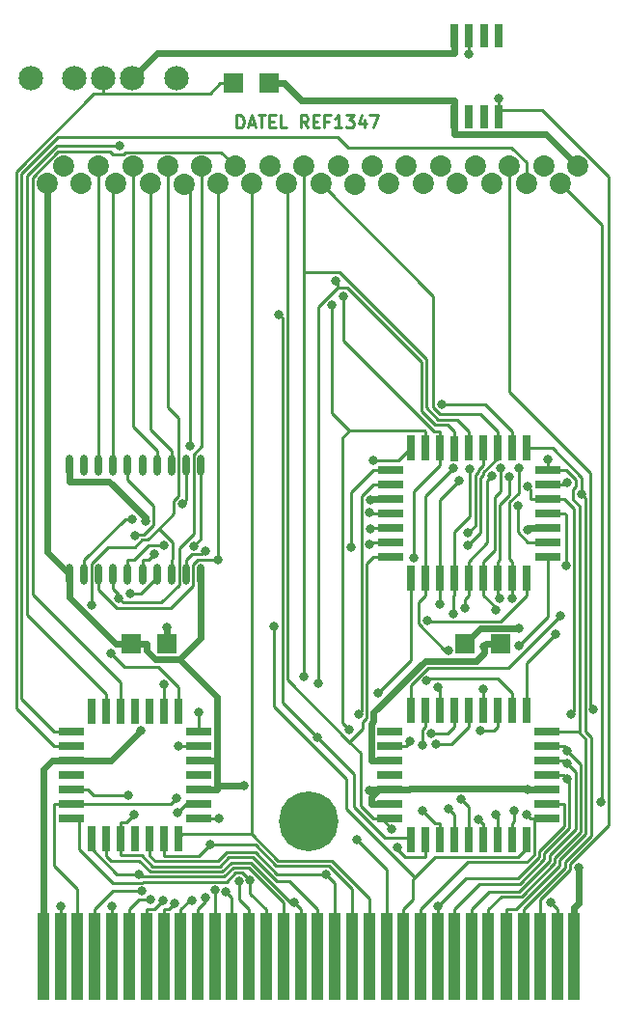
<source format=gbr>
%TF.GenerationSoftware,KiCad,Pcbnew,(6.0.2)*%
%TF.CreationDate,2022-06-06T00:03:40-05:00*%
%TF.ProjectId,REF1347,52454631-3334-4372-9e6b-696361645f70,rev?*%
%TF.SameCoordinates,Original*%
%TF.FileFunction,Copper,L1,Top*%
%TF.FilePolarity,Positive*%
%FSLAX46Y46*%
G04 Gerber Fmt 4.6, Leading zero omitted, Abs format (unit mm)*
G04 Created by KiCad (PCBNEW (6.0.2)) date 2022-06-06 00:03:40*
%MOMM*%
%LPD*%
G01*
G04 APERTURE LIST*
%ADD10C,0.250000*%
%TA.AperFunction,NonConductor*%
%ADD11C,0.250000*%
%TD*%
%TA.AperFunction,ComponentPad*%
%ADD12C,5.240000*%
%TD*%
%TA.AperFunction,SMDPad,CuDef*%
%ADD13R,2.300000X0.650000*%
%TD*%
%TA.AperFunction,SMDPad,CuDef*%
%ADD14R,0.650000X2.300000*%
%TD*%
%TA.AperFunction,SMDPad,CuDef*%
%ADD15O,0.600000X1.865000*%
%TD*%
%TA.AperFunction,SMDPad,CuDef*%
%ADD16R,1.670000X1.670000*%
%TD*%
%TA.AperFunction,SMDPad,CuDef*%
%ADD17R,1.100000X7.600000*%
%TD*%
%TA.AperFunction,ComponentPad*%
%ADD18C,1.860000*%
%TD*%
%TA.AperFunction,SMDPad,CuDef*%
%ADD19R,0.700000X2.000000*%
%TD*%
%TA.AperFunction,ComponentPad*%
%ADD20C,2.140000*%
%TD*%
%TA.AperFunction,ViaPad*%
%ADD21C,0.800000*%
%TD*%
%TA.AperFunction,Conductor*%
%ADD22C,0.250000*%
%TD*%
%TA.AperFunction,Conductor*%
%ADD23C,0.600000*%
%TD*%
G04 APERTURE END LIST*
D10*
D11*
X143075238Y-70389619D02*
X143075238Y-69289619D01*
X143337142Y-69289619D01*
X143494285Y-69342000D01*
X143599047Y-69446761D01*
X143651428Y-69551523D01*
X143703809Y-69761047D01*
X143703809Y-69918190D01*
X143651428Y-70127714D01*
X143599047Y-70232476D01*
X143494285Y-70337238D01*
X143337142Y-70389619D01*
X143075238Y-70389619D01*
X144122857Y-70075333D02*
X144646666Y-70075333D01*
X144018095Y-70389619D02*
X144384761Y-69289619D01*
X144751428Y-70389619D01*
X144960952Y-69289619D02*
X145589523Y-69289619D01*
X145275238Y-70389619D02*
X145275238Y-69289619D01*
X145956190Y-69813428D02*
X146322857Y-69813428D01*
X146480000Y-70389619D02*
X145956190Y-70389619D01*
X145956190Y-69289619D01*
X146480000Y-69289619D01*
X147475238Y-70389619D02*
X146951428Y-70389619D01*
X146951428Y-69289619D01*
X149308571Y-70389619D02*
X148941904Y-69865809D01*
X148680000Y-70389619D02*
X148680000Y-69289619D01*
X149099047Y-69289619D01*
X149203809Y-69342000D01*
X149256190Y-69394380D01*
X149308571Y-69499142D01*
X149308571Y-69656285D01*
X149256190Y-69761047D01*
X149203809Y-69813428D01*
X149099047Y-69865809D01*
X148680000Y-69865809D01*
X149780000Y-69813428D02*
X150146666Y-69813428D01*
X150303809Y-70389619D02*
X149780000Y-70389619D01*
X149780000Y-69289619D01*
X150303809Y-69289619D01*
X151141904Y-69813428D02*
X150775238Y-69813428D01*
X150775238Y-70389619D02*
X150775238Y-69289619D01*
X151299047Y-69289619D01*
X152294285Y-70389619D02*
X151665714Y-70389619D01*
X151980000Y-70389619D02*
X151980000Y-69289619D01*
X151875238Y-69446761D01*
X151770476Y-69551523D01*
X151665714Y-69603904D01*
X152660952Y-69289619D02*
X153341904Y-69289619D01*
X152975238Y-69708666D01*
X153132380Y-69708666D01*
X153237142Y-69761047D01*
X153289523Y-69813428D01*
X153341904Y-69918190D01*
X153341904Y-70180095D01*
X153289523Y-70284857D01*
X153237142Y-70337238D01*
X153132380Y-70389619D01*
X152818095Y-70389619D01*
X152713333Y-70337238D01*
X152660952Y-70284857D01*
X154284761Y-69656285D02*
X154284761Y-70389619D01*
X154022857Y-69237238D02*
X153760952Y-70022952D01*
X154441904Y-70022952D01*
X154756190Y-69289619D02*
X155489523Y-69289619D01*
X155018095Y-70389619D01*
D12*
%TO.P,REF\u002A\u002A,1*%
%TO.N,N/C*%
X149429000Y-131234000D03*
%TD*%
D13*
%TO.P,U1,1,A18*%
%TO.N,/O4*%
X156549000Y-104195000D03*
%TO.P,U1,2,A16*%
%TO.N,/O2*%
X156547000Y-105467000D03*
%TO.P,U1,3,A15*%
%TO.N,/O1*%
X156548000Y-106736000D03*
%TO.P,U1,4,A12*%
%TO.N,/A12*%
X156548000Y-108006000D03*
D14*
%TO.P,U1,5,A7*%
%TO.N,/A7*%
X158369000Y-109896000D03*
%TO.P,U1,6,A6*%
%TO.N,/A6*%
X159638000Y-109896000D03*
%TO.P,U1,7,A5*%
%TO.N,/A5*%
X160909000Y-109894000D03*
%TO.P,U1,8,A4*%
%TO.N,/A4*%
X162179000Y-109895000D03*
%TO.P,U1,9,A3*%
%TO.N,/A3*%
X163445000Y-109896000D03*
%TO.P,U1,10,A2*%
%TO.N,/A2*%
X164718000Y-109897000D03*
%TO.P,U1,11,A1*%
%TO.N,/A1*%
X165989000Y-109895000D03*
%TO.P,U1,12,A0*%
%TO.N,/A0*%
X167256000Y-109897000D03*
%TO.P,U1,13,DQ0*%
%TO.N,/D0*%
X168526000Y-109894000D03*
D13*
%TO.P,U1,14,DQ1*%
%TO.N,/D1*%
X170350000Y-108003000D03*
%TO.P,U1,15,DQ2*%
%TO.N,/D2*%
X170347000Y-106734000D03*
%TO.P,U1,16,GND*%
%TO.N,/GND*%
X170351000Y-105465000D03*
%TO.P,U1,17,DQ3*%
%TO.N,/D3*%
X170350000Y-104196000D03*
%TO.P,U1,18,DQ4*%
%TO.N,/D4*%
X170350000Y-102928000D03*
%TO.P,U1,19,DQ5*%
%TO.N,/D5*%
X170351000Y-101655000D03*
%TO.P,U1,20,DQ6*%
%TO.N,/D6*%
X170350000Y-100384000D03*
D14*
%TO.P,U1,21,DQ7*%
%TO.N,/D7*%
X168532000Y-98494000D03*
%TO.P,U1,22,CE#*%
%TO.N,/CE_SST*%
X167256000Y-98494000D03*
%TO.P,U1,23,A10*%
%TO.N,/A10*%
X165991000Y-98494000D03*
%TO.P,U1,24,OE#*%
%TO.N,/Rd_Sys*%
X164715000Y-98498000D03*
%TO.P,U1,25,A11*%
%TO.N,/A11*%
X163451000Y-98493000D03*
%TO.P,U1,26,A9*%
%TO.N,/A9*%
X162178000Y-98500000D03*
%TO.P,U1,27,A8*%
%TO.N,/A8*%
X160910000Y-98499000D03*
%TO.P,U1,28,A13*%
%TO.N,/A13*%
X159638000Y-98499000D03*
%TO.P,U1,29,A14*%
%TO.N,/O0*%
X158367000Y-98498000D03*
D13*
%TO.P,U1,30,A17*%
%TO.N,/O3*%
X156551000Y-100386000D03*
%TO.P,U1,31,WE#*%
%TO.N,/Wr_Sys*%
X156551000Y-101654000D03*
%TO.P,U1,32,VCC*%
%TO.N,/VCC*%
X156546000Y-102926000D03*
%TD*%
D15*
%TO.P,U3,1,OE*%
%TO.N,/GND*%
X128391000Y-109569000D03*
%TO.P,U3,2,O0*%
%TO.N,/O0*%
X129671000Y-109569000D03*
%TO.P,U3,3,D0*%
%TO.N,/D0*%
X130951000Y-109569000D03*
%TO.P,U3,4,D1*%
%TO.N,/D1*%
X132231000Y-109569000D03*
%TO.P,U3,5,O1*%
%TO.N,/O1*%
X133511000Y-109569000D03*
%TO.P,U3,6,O2*%
%TO.N,/O2*%
X134791000Y-109569000D03*
%TO.P,U3,7,D2*%
%TO.N,/D2*%
X136071000Y-109569000D03*
%TO.P,U3,8,D3*%
%TO.N,/D3*%
X137351000Y-109569000D03*
%TO.P,U3,9,O3*%
%TO.N,/O3*%
X138631000Y-109569000D03*
%TO.P,U3,10,GND*%
%TO.N,/GND*%
X139911000Y-109569000D03*
%TO.P,U3,11,LE*%
%TO.N,/LE*%
X139911000Y-99969000D03*
%TO.P,U3,12,O4*%
%TO.N,/O4*%
X138631000Y-99969000D03*
%TO.P,U3,13,D4*%
%TO.N,/D4*%
X137351000Y-99969000D03*
%TO.P,U3,14,D5*%
%TO.N,/D5*%
X136071000Y-99969000D03*
%TO.P,U3,15,O5*%
%TO.N,unconnected-(U3-Pad15)*%
X134791000Y-99969000D03*
%TO.P,U3,16,O6*%
%TO.N,/O6*%
X133511000Y-99969000D03*
%TO.P,U3,17,D6*%
%TO.N,/D6*%
X132231000Y-99969000D03*
%TO.P,U3,18,D7*%
%TO.N,/D7*%
X130951000Y-99969000D03*
%TO.P,U3,19,O7*%
%TO.N,unconnected-(U3-Pad19)*%
X129671000Y-99969000D03*
%TO.P,U3,20,VCC*%
%TO.N,/VCC*%
X128391000Y-99969000D03*
%TD*%
D16*
%TO.P,R1,1*%
%TO.N,/I_13*%
X142800000Y-66475000D03*
%TO.P,R1,2*%
%TO.N,/VCC*%
X145931000Y-66466000D03*
%TD*%
D17*
%TO.P,J1,1,+5V*%
%TO.N,/VCC*%
X126079000Y-143057000D03*
%TO.P,J1,2,Clock*%
%TO.N,/Clk*%
X127598000Y-143057000D03*
%TO.P,J1,3,Write*%
%TO.N,/Wr_Sys*%
X129105000Y-143057000D03*
%TO.P,J1,4,Read*%
%TO.N,/Rd_Sys*%
X130611000Y-143059000D03*
%TO.P,J1,5,CS*%
%TO.N,/CS*%
X132118000Y-143059000D03*
%TO.P,J1,6,A0*%
%TO.N,/A0*%
X133621000Y-143059000D03*
%TO.P,J1,7,A1*%
%TO.N,/A1*%
X135128000Y-143059000D03*
%TO.P,J1,8,A2*%
%TO.N,/A2*%
X136647000Y-143059000D03*
%TO.P,J1,9,A3*%
%TO.N,/A3*%
X138154000Y-143059000D03*
%TO.P,J1,10,A4*%
%TO.N,/A4*%
X139661000Y-143056000D03*
%TO.P,J1,11,A5*%
%TO.N,/A5*%
X141168000Y-143064000D03*
%TO.P,J1,12,A6*%
%TO.N,/A6*%
X142635000Y-143056000D03*
%TO.P,J1,13,A7*%
%TO.N,/A7*%
X144138000Y-143058000D03*
%TO.P,J1,14,A8*%
%TO.N,/A8*%
X145645000Y-143058000D03*
%TO.P,J1,15,A9*%
%TO.N,/A9*%
X147164000Y-143058000D03*
%TO.P,J1,16,A10*%
%TO.N,/A10*%
X148671000Y-143058000D03*
%TO.P,J1,17,A11*%
%TO.N,/A11*%
X150177000Y-143051000D03*
%TO.P,J1,18,A12*%
%TO.N,/A12*%
X151684000Y-143051000D03*
%TO.P,J1,19,A13*%
%TO.N,/A13*%
X153191000Y-143059000D03*
%TO.P,J1,20,A14*%
%TO.N,/A14*%
X154698000Y-143059000D03*
%TO.P,J1,21,A15*%
%TO.N,/A15*%
X156205000Y-143059000D03*
%TO.P,J1,22,Data_0*%
%TO.N,/D0*%
X157712000Y-143059000D03*
%TO.P,J1,23,Data_1*%
%TO.N,/D1*%
X159220000Y-143056000D03*
%TO.P,J1,24,Data_2*%
%TO.N,/D2*%
X160691000Y-143056000D03*
%TO.P,J1,25,Data_3*%
%TO.N,/D3*%
X162162000Y-143056000D03*
%TO.P,J1,26,Data_4*%
%TO.N,/D4*%
X163669000Y-143056000D03*
%TO.P,J1,27,Data_5*%
%TO.N,/D5*%
X165176000Y-143056000D03*
%TO.P,J1,28,Data_6*%
%TO.N,/D6*%
X166719000Y-143051000D03*
%TO.P,J1,29,Data_7*%
%TO.N,/D7*%
X168238000Y-143051000D03*
%TO.P,J1,30,Reset*%
%TO.N,/Reset*%
X169697000Y-143051000D03*
%TO.P,J1,31,Audio*%
%TO.N,/Audio*%
X171252000Y-143051000D03*
%TO.P,J1,32,GND*%
%TO.N,/GND*%
X172711000Y-143057000D03*
%TD*%
D13*
%TO.P,U2,1,VPP*%
%TO.N,unconnected-(U2-Pad1)*%
X156527000Y-127164000D03*
%TO.P,U2,2,A16*%
%TO.N,/GND*%
X156525000Y-128436000D03*
%TO.P,U2,3,A15*%
X156526000Y-129705000D03*
%TO.P,U2,4,A12*%
%TO.N,/A12*%
X156526000Y-130975000D03*
D14*
%TO.P,U2,5,A7*%
%TO.N,/A7*%
X158347000Y-132865000D03*
%TO.P,U2,6,A6*%
%TO.N,/A6*%
X159616000Y-132865000D03*
%TO.P,U2,7,A5*%
%TO.N,/A5*%
X160887000Y-132863000D03*
%TO.P,U2,8,A4*%
%TO.N,/A4*%
X162157000Y-132864000D03*
%TO.P,U2,9,A3*%
%TO.N,/A3*%
X163423000Y-132865000D03*
%TO.P,U2,10,A2*%
%TO.N,/A2*%
X164696000Y-132866000D03*
%TO.P,U2,11,A1*%
%TO.N,/A1*%
X165967000Y-132864000D03*
%TO.P,U2,12,A0*%
%TO.N,/A0*%
X167234000Y-132866000D03*
%TO.P,U2,13,O0*%
%TO.N,/D0*%
X168504000Y-132863000D03*
D13*
%TO.P,U2,14,O1*%
%TO.N,/D1*%
X170328000Y-130972000D03*
%TO.P,U2,15,O2*%
%TO.N,/D2*%
X170325000Y-129703000D03*
%TO.P,U2,16,GND*%
%TO.N,/GND*%
X170329000Y-128434000D03*
%TO.P,U2,17,O3*%
%TO.N,/D3*%
X170328000Y-127165000D03*
%TO.P,U2,18,O4*%
%TO.N,/D4*%
X170328000Y-125897000D03*
%TO.P,U2,19,O5*%
%TO.N,/D5*%
X170329000Y-124624000D03*
%TO.P,U2,20,O6*%
%TO.N,/D6*%
X170328000Y-123353000D03*
D14*
%TO.P,U2,21,O7*%
%TO.N,/D7*%
X168510000Y-121463000D03*
%TO.P,U2,22,CE#*%
%TO.N,/CE_Atmel*%
X167234000Y-121463000D03*
%TO.P,U2,23,A10*%
%TO.N,/A10*%
X165969000Y-121463000D03*
%TO.P,U2,24,OE#*%
%TO.N,/Rd_Sys*%
X164693000Y-121467000D03*
%TO.P,U2,25,A11*%
%TO.N,/A11*%
X163429000Y-121462000D03*
%TO.P,U2,26,A9*%
%TO.N,/A9*%
X162156000Y-121469000D03*
%TO.P,U2,27,A8*%
%TO.N,/A8*%
X160888000Y-121468000D03*
%TO.P,U2,28,A13*%
%TO.N,/A13*%
X159616000Y-121468000D03*
%TO.P,U2,29,A14*%
%TO.N,/Atmel_A14*%
X158345000Y-121467000D03*
D13*
%TO.P,U2,30,NC*%
%TO.N,unconnected-(U2-Pad30)*%
X156529000Y-123355000D03*
%TO.P,U2,31,PGM*%
%TO.N,/Wr_Sys*%
X156529000Y-124623000D03*
%TO.P,U2,32,VCC*%
%TO.N,/VCC*%
X156524000Y-125895000D03*
%TD*%
D18*
%TO.P,J2,1,+5V*%
%TO.N,/VCC*%
X173045000Y-73768000D03*
%TO.P,J2,2,Clock*%
%TO.N,/Clk*%
X171498500Y-75276000D03*
%TO.P,J2,3,Write*%
%TO.N,/Wr_Game*%
X170030100Y-73767900D03*
%TO.P,J2,4,Read*%
%TO.N,/Rd_Game*%
X168482000Y-75274000D03*
%TO.P,J2,5,CS*%
%TO.N,/CS*%
X167012000Y-73768000D03*
%TO.P,J2,6,A0*%
%TO.N,/A0*%
X165466000Y-75276000D03*
%TO.P,J2,7,A1*%
%TO.N,/A1*%
X163997600Y-73767900D03*
%TO.P,J2,8,A2*%
%TO.N,/A2*%
X162448000Y-75275000D03*
%TO.P,J2,9,A3*%
%TO.N,/A3*%
X161022000Y-73769000D03*
%TO.P,J2,10,A4*%
%TO.N,/A4*%
X159473200Y-75276000D03*
%TO.P,J2,11,A5*%
%TO.N,/A5*%
X157965100Y-73767900D03*
%TO.P,J2,12,A6*%
%TO.N,/A6*%
X156413000Y-75276000D03*
%TO.P,J2,13,A7*%
%TO.N,/A7*%
X154948800Y-73767900D03*
%TO.P,J2,14,A8*%
%TO.N,/A8*%
X153450000Y-75352000D03*
%TO.P,J2,15,A9*%
%TO.N,/A9*%
X152013000Y-73767000D03*
%TO.P,J2,16,A10*%
%TO.N,/A10*%
X150462000Y-75277000D03*
%TO.P,J2,17,A11*%
%TO.N,/A11*%
X148992000Y-73768000D03*
%TO.P,J2,18,A12*%
%TO.N,/A12*%
X147447000Y-75275000D03*
%TO.P,J2,19,A13*%
%TO.N,/A13*%
X145978000Y-73769000D03*
%TO.P,J2,20,A14*%
%TO.N,/A14*%
X144430000Y-75277000D03*
%TO.P,J2,21,A15*%
%TO.N,/A15_Game*%
X142962000Y-73767000D03*
%TO.P,J2,22,Data_0*%
%TO.N,/D0*%
X141417000Y-75275000D03*
%TO.P,J2,23,Data_1*%
%TO.N,/D1*%
X139984000Y-73766000D03*
%TO.P,J2,24,Data_2*%
%TO.N,/D2*%
X138481000Y-75361000D03*
%TO.P,J2,25,Data_3*%
%TO.N,/D3*%
X137049000Y-73771000D03*
%TO.P,J2,26,Data_4*%
%TO.N,/D4*%
X135498000Y-75274000D03*
%TO.P,J2,27,Data_5*%
%TO.N,/D5*%
X133953000Y-73769000D03*
%TO.P,J2,28,Data_6*%
%TO.N,/D6*%
X132446000Y-75276000D03*
%TO.P,J2,29,Data_7*%
%TO.N,/D7*%
X130939000Y-73769000D03*
%TO.P,J2,30,Reset*%
%TO.N,/Reset*%
X129432000Y-75284000D03*
%TO.P,J2,31,Audio*%
%TO.N,/Audio*%
X127917000Y-73769000D03*
%TO.P,J2,32,GND*%
%TO.N,/GND*%
X126413500Y-75276000D03*
%TD*%
D13*
%TO.P,U4,1,NC*%
%TO.N,unconnected-(U4-Pad1)*%
X128527000Y-127158000D03*
%TO.P,U4,2,CLK/I_0*%
%TO.N,/Rd_Sys*%
X128527000Y-128423000D03*
%TO.P,U4,3,I_1*%
%TO.N,/Wr_Sys*%
X128528000Y-129694000D03*
%TO.P,U4,4,I_2*%
%TO.N,/A8*%
X128522000Y-130965000D03*
D14*
%TO.P,U4,5,I_3*%
%TO.N,/A9*%
X130317000Y-132754000D03*
%TO.P,U4,6,I_4*%
%TO.N,/A10*%
X131589000Y-132755000D03*
%TO.P,U4,7,I_5*%
%TO.N,/A11*%
X132856000Y-132752000D03*
%TO.P,U4,8,NC*%
%TO.N,unconnected-(U4-Pad8)*%
X134129000Y-132751000D03*
%TO.P,U4,9,I_6*%
%TO.N,/A12*%
X135399000Y-132755000D03*
%TO.P,U4,10,I_7*%
%TO.N,/A13*%
X136670000Y-132752000D03*
%TO.P,U4,11,I_8*%
%TO.N,/A14*%
X137936000Y-132754000D03*
D13*
%TO.P,U4,12,I_9*%
%TO.N,/A15*%
X139729000Y-130967000D03*
%TO.P,U4,13,I_10*%
%TO.N,/A7*%
X139728000Y-129693000D03*
%TO.P,U4,14,GND*%
%TO.N,/GND*%
X139728000Y-128423000D03*
%TO.P,U4,15,NC*%
%TO.N,unconnected-(U4-Pad15)*%
X139728000Y-127151000D03*
%TO.P,U4,16,OE/I_11*%
%TO.N,/GND*%
X139731000Y-125886000D03*
%TO.P,U4,17,I_12*%
%TO.N,/O6*%
X139728000Y-124616000D03*
%TO.P,U4,18,I/O_0*%
%TO.N,/CE_Atmel*%
X139731000Y-123345000D03*
D14*
%TO.P,U4,19,I/O_1*%
%TO.N,/CE_SST*%
X137938000Y-121554000D03*
%TO.P,U4,20,I/O_2*%
%TO.N,/LE*%
X136672000Y-121553000D03*
%TO.P,U4,21,I/O_3*%
%TO.N,unconnected-(U4-Pad21)*%
X135397000Y-121553000D03*
%TO.P,U4,22,NC*%
%TO.N,unconnected-(U4-Pad22)*%
X134125000Y-121552000D03*
%TO.P,U4,23,I/O_4*%
%TO.N,/A15_Game*%
X132857000Y-121558000D03*
%TO.P,U4,24,I/O_5*%
%TO.N,/Wr_Game*%
X131588000Y-121551000D03*
%TO.P,U4,25,I/O_6*%
%TO.N,unconnected-(U4-Pad25)*%
X130318000Y-121549000D03*
D13*
%TO.P,U4,26,I/O_7*%
%TO.N,/Rd_Game*%
X128529000Y-123341000D03*
%TO.P,U4,27,I_13*%
%TO.N,/I_13*%
X128525000Y-124613000D03*
%TO.P,U4,28,VCC*%
%TO.N,/VCC*%
X128530000Y-125886000D03*
%TD*%
D16*
%TO.P,C2,1*%
%TO.N,/GND*%
X163133000Y-115667000D03*
%TO.P,C2,2*%
%TO.N,/VCC*%
X166264000Y-115658000D03*
%TD*%
%TO.P,C1,1*%
%TO.N,/GND*%
X133815500Y-115680500D03*
%TO.P,C1,2*%
%TO.N,/VCC*%
X136946500Y-115671500D03*
%TD*%
D19*
%TO.P,U5,1,VDD*%
%TO.N,/VCC*%
X162205000Y-69452000D03*
%TO.P,U5,2,GP5*%
%TO.N,unconnected-(U5-Pad2)*%
X163474000Y-69449000D03*
%TO.P,U5,3,GP4*%
%TO.N,unconnected-(U5-Pad3)*%
X164784000Y-69451000D03*
%TO.P,U5,4,GP3*%
%TO.N,/Reset*%
X166053000Y-69451000D03*
%TO.P,U5,5,GP2*%
%TO.N,unconnected-(U5-Pad5)*%
X166055000Y-62306000D03*
%TO.P,U5,6,GP1*%
%TO.N,unconnected-(U5-Pad6)*%
X164784000Y-62307000D03*
%TO.P,U5,7,GP0*%
%TO.N,/Atmel_A14*%
X163475000Y-62306000D03*
%TO.P,U5,8,VSS*%
%TO.N,/GND*%
X162206000Y-62309000D03*
%TD*%
D20*
%TO.P,J3,1,A*%
%TO.N,unconnected-(J3-Pad1)*%
X128824000Y-65999000D03*
%TO.P,J3,2,B*%
%TO.N,/I_13*%
X131368000Y-66000000D03*
%TO.P,J3,3,C*%
%TO.N,/GND*%
X133909000Y-65998000D03*
%TO.P,J3,4*%
%TO.N,N/C*%
X124984000Y-66008000D03*
%TO.P,J3,5*%
X137756000Y-66005000D03*
%TD*%
D21*
%TO.N,/GND*%
X167818500Y-114303600D03*
X154732400Y-128472700D03*
X168595200Y-105651200D03*
X143685400Y-128096400D03*
X173057900Y-135275700D03*
X168574300Y-128417900D03*
%TO.N,/O4*%
X154754300Y-104150800D03*
X138337600Y-103349900D03*
%TO.N,/O2*%
X154788200Y-105580900D03*
X135823800Y-107791000D03*
%TO.N,/O1*%
X136691400Y-107047200D03*
X154751500Y-106930900D03*
%TO.N,/A12*%
X156676800Y-131921700D03*
X150901400Y-135848400D03*
%TO.N,/A7*%
X146803500Y-86744900D03*
X150112300Y-123873700D03*
X137886100Y-130428800D03*
X155500800Y-119951600D03*
X143253000Y-136460700D03*
%TO.N,/A6*%
X162106400Y-100264500D03*
X157164200Y-133520700D03*
X142134200Y-137393600D03*
X161655300Y-116197800D03*
%TO.N,/A5*%
X141133800Y-137260300D03*
X160869300Y-112205600D03*
X159379700Y-130275700D03*
X162608000Y-101333200D03*
%TO.N,/A4*%
X140370000Y-137911300D03*
X163557100Y-100278000D03*
X161628700Y-130100500D03*
X162103100Y-112979500D03*
%TO.N,/A3*%
X162722900Y-129235800D03*
X139163900Y-138150500D03*
X163090700Y-112476600D03*
X165458100Y-100933500D03*
%TO.N,/A2*%
X165800900Y-112680500D03*
X137647100Y-138411000D03*
X164309000Y-131074600D03*
X166253400Y-100260800D03*
%TO.N,/A1*%
X166129000Y-111645800D03*
X167005600Y-100957800D03*
X165779100Y-130642000D03*
X136595300Y-138150500D03*
%TO.N,/A0*%
X167409300Y-130333800D03*
X167256000Y-111666800D03*
X135518100Y-138099000D03*
X167837000Y-100258900D03*
%TO.N,/D0*%
X146357100Y-114104500D03*
X141417000Y-108256900D03*
X159827500Y-113651000D03*
%TO.N,/D1*%
X168555900Y-130658200D03*
X167803900Y-115847100D03*
X132745500Y-111651800D03*
%TO.N,/D2*%
X133746000Y-111271100D03*
X138992300Y-98279200D03*
X160691000Y-138654600D03*
X167748600Y-103521200D03*
%TO.N,/D3*%
X171955500Y-108780200D03*
X130311100Y-112238000D03*
X172091600Y-127537300D03*
%TO.N,/D4*%
X172404100Y-121801800D03*
X168592500Y-101879200D03*
X172102500Y-126140500D03*
%TO.N,/D5*%
X172119800Y-101519200D03*
X172086000Y-125076600D03*
%TO.N,/D6*%
X170350000Y-99450100D03*
%TO.N,/D7*%
X171024100Y-114814200D03*
X173355100Y-102541800D03*
%TO.N,/CE_SST*%
X132018100Y-116502000D03*
X161072900Y-94606700D03*
%TO.N,/A10*%
X164475300Y-123230200D03*
X148082300Y-138294200D03*
X163351100Y-106996100D03*
%TO.N,/Rd_Sys*%
X163336700Y-105948400D03*
X164693000Y-119613300D03*
X133550400Y-128941700D03*
X134717300Y-137329700D03*
%TO.N,/A11*%
X160547900Y-124479700D03*
X134054100Y-130647700D03*
X148992000Y-118542700D03*
%TO.N,/A9*%
X150261600Y-119097900D03*
X160097600Y-123507500D03*
X151745700Y-83813000D03*
X134515200Y-135856000D03*
%TO.N,/A8*%
X144253400Y-136425200D03*
X152476000Y-85127500D03*
X160729000Y-119424500D03*
X158605500Y-108133300D03*
%TO.N,/A13*%
X159353500Y-124498500D03*
X152979700Y-123221400D03*
X140712200Y-133295800D03*
X151445200Y-85906000D03*
%TO.N,/O0*%
X155020200Y-99582000D03*
X133913000Y-104700100D03*
%TO.N,/O3*%
X140304700Y-107523400D03*
X153090400Y-107217100D03*
%TO.N,/Wr_Sys*%
X137759800Y-129177700D03*
X158289200Y-124215200D03*
X153748400Y-121867000D03*
%TO.N,/VCC*%
X154793400Y-103028300D03*
X136946500Y-114190000D03*
X164810800Y-115873600D03*
X134625700Y-123304900D03*
X135072700Y-104896600D03*
%TO.N,/CE_Atmel*%
X159737600Y-118903900D03*
X139731000Y-121619600D03*
%TO.N,/Atmel_A14*%
X171508000Y-113198500D03*
X163475000Y-63922200D03*
%TO.N,/A15*%
X141526900Y-130967000D03*
X153609400Y-132850400D03*
%TO.N,/O6*%
X137947000Y-124623200D03*
X134151300Y-106120600D03*
%TO.N,/LE*%
X139289400Y-107065200D03*
X136672000Y-119221700D03*
%TO.N,/Wr_Game*%
X132823800Y-71970200D03*
%TO.N,/Clk*%
X175006800Y-129520900D03*
X127598000Y-138639800D03*
%TO.N,/CS*%
X174395500Y-121422800D03*
X132078200Y-138652800D03*
%TO.N,/Reset*%
X166053000Y-67843800D03*
%TO.N,/Audio*%
X170611200Y-138341400D03*
%TD*%
D22*
%TO.N,/I_13*%
X131368000Y-66000000D02*
X131368000Y-67403200D01*
X123726600Y-121289900D02*
X127049700Y-124613000D01*
X123726600Y-74225000D02*
X123726600Y-121289900D01*
X141639700Y-66475000D02*
X140711500Y-67403200D01*
X142800000Y-66475000D02*
X141639700Y-66475000D01*
X131368000Y-67403200D02*
X130548400Y-67403200D01*
X140711500Y-67403200D02*
X131368000Y-67403200D01*
X128525000Y-124613000D02*
X127049700Y-124613000D01*
X130548400Y-67403200D02*
X123726600Y-74225000D01*
D23*
%TO.N,/GND*%
X156525000Y-128436000D02*
X155699900Y-128436000D01*
X154875700Y-129085700D02*
X154875700Y-129705000D01*
X138053300Y-117006900D02*
X135896800Y-117006900D01*
X139728000Y-128423000D02*
X141378300Y-128423000D01*
X170351000Y-105465000D02*
X168700700Y-105465000D01*
X141381300Y-125886000D02*
X141381300Y-128096400D01*
X141381300Y-128096400D02*
X143685400Y-128096400D01*
X155699900Y-128436000D02*
X154874700Y-128436000D01*
X141381300Y-128420000D02*
X141378300Y-128423000D01*
X133815500Y-115680500D02*
X135150800Y-115680500D01*
X158275800Y-128335500D02*
X158175300Y-128436000D01*
X154838000Y-128472700D02*
X154874700Y-128436000D01*
X170329000Y-128434000D02*
X168678700Y-128434000D01*
X138053300Y-117006900D02*
X141381300Y-120334900D01*
X162206000Y-62309000D02*
X162206000Y-63809300D01*
X155699900Y-128436000D02*
X155525400Y-128436000D01*
X139731000Y-125886000D02*
X141381300Y-125886000D01*
X128391000Y-109569000D02*
X128391000Y-111001800D01*
X155525400Y-128436000D02*
X154875700Y-129085700D01*
X172711000Y-143057000D02*
X172711000Y-138756700D01*
X164496400Y-114303600D02*
X163133000Y-115667000D01*
X135150800Y-116260900D02*
X135150800Y-115680500D01*
X168590400Y-128434000D02*
X168574300Y-128417900D01*
X126413500Y-107591500D02*
X128391000Y-109569000D01*
X133147900Y-115680500D02*
X132480200Y-115680500D01*
X168574300Y-128417900D02*
X168491900Y-128335500D01*
X168700700Y-105545700D02*
X168700700Y-105465000D01*
X133909000Y-65998000D02*
X136097700Y-63809300D01*
X156525000Y-128436000D02*
X158175300Y-128436000D01*
X128391000Y-111591300D02*
X132480200Y-115680500D01*
X168678700Y-128434000D02*
X168590400Y-128434000D01*
X167818500Y-114303600D02*
X164496400Y-114303600D01*
X128391000Y-111001800D02*
X128391000Y-111591300D01*
X168595200Y-105651200D02*
X168700700Y-105545700D01*
X133147900Y-115680500D02*
X133815500Y-115680500D01*
X168491900Y-128335500D02*
X158275800Y-128335500D01*
X156526000Y-129705000D02*
X154875700Y-129705000D01*
X136097700Y-63809300D02*
X162206000Y-63809300D01*
X141381300Y-120334900D02*
X141381300Y-125886000D01*
X141381300Y-128096400D02*
X141381300Y-128420000D01*
X139911000Y-115149200D02*
X138053300Y-117006900D01*
X139911000Y-109569000D02*
X139911000Y-115149200D01*
X135896800Y-117006900D02*
X135150800Y-116260900D01*
X154732400Y-128472700D02*
X154838000Y-128472700D01*
X173057900Y-138409800D02*
X173057900Y-135275700D01*
X126413500Y-75276000D02*
X126413500Y-107591500D01*
X172711000Y-138756700D02*
X173057900Y-138409800D01*
D22*
%TO.N,/O4*%
X138631000Y-99969000D02*
X138631000Y-101226800D01*
X138631000Y-103056500D02*
X138337600Y-103349900D01*
X138631000Y-101226800D02*
X138631000Y-103056500D01*
X156549000Y-104195000D02*
X155073700Y-104195000D01*
X155029500Y-104150800D02*
X155073700Y-104195000D01*
X154754300Y-104150800D02*
X155029500Y-104150800D01*
%TO.N,/O2*%
X156547000Y-105467000D02*
X155071700Y-105467000D01*
X154788200Y-105580900D02*
X154957800Y-105580900D01*
X134791000Y-109569000D02*
X134791000Y-108311200D01*
X135303600Y-108311200D02*
X135823800Y-107791000D01*
X154957800Y-105580900D02*
X155071700Y-105467000D01*
X134791000Y-108311200D02*
X135303600Y-108311200D01*
%TO.N,/O1*%
X135365100Y-107047200D02*
X136691400Y-107047200D01*
X133511000Y-109569000D02*
X133511000Y-108311200D01*
X133511000Y-108311200D02*
X134101100Y-108311200D01*
X154877800Y-106930900D02*
X155072700Y-106736000D01*
X156548000Y-106736000D02*
X155072700Y-106736000D01*
X134101100Y-108311200D02*
X135365100Y-107047200D01*
X154751500Y-106930900D02*
X154877800Y-106930900D01*
%TO.N,/A12*%
X152985500Y-124259400D02*
X147532700Y-118806600D01*
X156548000Y-108006000D02*
X155072700Y-108006000D01*
X147532700Y-118806600D02*
X147532700Y-75360700D01*
X156526000Y-130975000D02*
X155788400Y-130975000D01*
X155788400Y-130975000D02*
X156676800Y-131863400D01*
X147532700Y-75360700D02*
X147447000Y-75275000D01*
X151684000Y-136631000D02*
X150901400Y-135848400D01*
X151684000Y-138925700D02*
X151684000Y-136631000D01*
X150901400Y-135848400D02*
X146613100Y-135848400D01*
X154136000Y-122505200D02*
X154473700Y-122167500D01*
X142206200Y-133934200D02*
X141406700Y-134733700D01*
X135399000Y-132755000D02*
X135399000Y-134230300D01*
X141406700Y-134733700D02*
X135902400Y-134733700D01*
X155050700Y-130975000D02*
X153964800Y-129889100D01*
X154136000Y-123108900D02*
X154136000Y-122505200D01*
X152985500Y-124259400D02*
X154136000Y-123108900D01*
X151684000Y-143051000D02*
X151684000Y-138925700D01*
X135902400Y-134733700D02*
X135399000Y-134230300D01*
X154473700Y-108605000D02*
X155072700Y-108006000D01*
X153964800Y-125238700D02*
X152985500Y-124259400D01*
X144698900Y-133934200D02*
X142206200Y-133934200D01*
X154473700Y-122167500D02*
X154473700Y-108605000D01*
X155788400Y-130975000D02*
X155050700Y-130975000D01*
X146613100Y-135848400D02*
X144698900Y-133934200D01*
X153964800Y-129889100D02*
X153964800Y-125238700D01*
X156676800Y-131863400D02*
X156676800Y-131921700D01*
%TO.N,/A7*%
X150112300Y-123873700D02*
X153355200Y-127116600D01*
X150112300Y-123873700D02*
X147082400Y-120843800D01*
X147082400Y-87023800D02*
X146803500Y-86744900D01*
X144138000Y-138932700D02*
X143253000Y-138047700D01*
X158129000Y-132647000D02*
X158347000Y-132865000D01*
X138621900Y-129693000D02*
X139728000Y-129693000D01*
X143253000Y-138047700D02*
X143253000Y-136460700D01*
X156064200Y-132647000D02*
X158129000Y-132647000D01*
X153355200Y-127116600D02*
X153355200Y-129938000D01*
X147082400Y-120843800D02*
X147082400Y-87023800D01*
X158369000Y-111371300D02*
X158369000Y-117083400D01*
X153355200Y-129938000D02*
X156064200Y-132647000D01*
X137886100Y-130428800D02*
X138621900Y-129693000D01*
X158369000Y-117083400D02*
X155500800Y-119951600D01*
X158369000Y-109896000D02*
X158369000Y-111371300D01*
X144138000Y-143058000D02*
X144138000Y-138932700D01*
%TO.N,/A6*%
X159616000Y-132865000D02*
X159616000Y-134340300D01*
X159638000Y-111371300D02*
X159034600Y-111974700D01*
X159638000Y-102732900D02*
X162106400Y-100264500D01*
X157850800Y-134340300D02*
X157164200Y-133653700D01*
X159638000Y-109896000D02*
X159638000Y-102732900D01*
X142635000Y-137894400D02*
X142134200Y-137393600D01*
X159034600Y-113904500D02*
X161327900Y-116197800D01*
X157164200Y-133653700D02*
X157164200Y-133520700D01*
X159034600Y-111974700D02*
X159034600Y-113904500D01*
X159638000Y-109896000D02*
X159638000Y-111371300D01*
X159616000Y-134340300D02*
X157850800Y-134340300D01*
X161327900Y-116197800D02*
X161655300Y-116197800D01*
X142635000Y-143056000D02*
X142635000Y-138930700D01*
X142635000Y-138930700D02*
X142635000Y-137894400D01*
%TO.N,/A5*%
X160887000Y-132863000D02*
X160887000Y-131387700D01*
X160909000Y-109894000D02*
X160909000Y-103032200D01*
X160909000Y-110631600D02*
X160909000Y-111369300D01*
X141168000Y-138938700D02*
X141168000Y-137294500D01*
X160909000Y-110631600D02*
X160909000Y-109894000D01*
X141168000Y-137294500D02*
X141133800Y-137260300D01*
X160887000Y-131387700D02*
X160491700Y-131387700D01*
X160909000Y-103032200D02*
X162608000Y-101333200D01*
X160491700Y-131387700D02*
X159379700Y-130275700D01*
X160909000Y-111369300D02*
X160869300Y-111409000D01*
X141168000Y-143064000D02*
X141168000Y-138938700D01*
X160869300Y-111409000D02*
X160869300Y-112205600D01*
%TO.N,/A4*%
X162103100Y-111446200D02*
X162103100Y-112979500D01*
X162157000Y-130628800D02*
X162157000Y-132864000D01*
X162179000Y-105816500D02*
X163539300Y-104456200D01*
X163539300Y-100295800D02*
X163557100Y-100278000D01*
X163539300Y-104456200D02*
X163539300Y-100295800D01*
X162179000Y-109895000D02*
X162179000Y-111370300D01*
X139661000Y-143056000D02*
X139661000Y-138930700D01*
X162179000Y-111370300D02*
X162103100Y-111446200D01*
X140370000Y-138221700D02*
X140370000Y-137911300D01*
X161628700Y-130100500D02*
X162157000Y-130628800D01*
X162179000Y-109895000D02*
X162179000Y-105816500D01*
X139661000Y-138930700D02*
X140370000Y-138221700D01*
%TO.N,/A3*%
X163445000Y-109896000D02*
X163445000Y-111371300D01*
X138937200Y-138150500D02*
X139163900Y-138150500D01*
X138154000Y-143059000D02*
X138154000Y-138933700D01*
X163423000Y-129935900D02*
X162722900Y-129235800D01*
X165071500Y-101320100D02*
X165458100Y-100933500D01*
X163445000Y-109158300D02*
X163445000Y-109896000D01*
X163445000Y-111371300D02*
X163090700Y-111725600D01*
X165071500Y-106794200D02*
X165071500Y-101320100D01*
X138154000Y-138933700D02*
X138937200Y-138150500D01*
X163445000Y-109158300D02*
X163445000Y-108420700D01*
X163423000Y-132865000D02*
X163423000Y-129935900D01*
X163090700Y-111725600D02*
X163090700Y-112476600D01*
X163445000Y-108420700D02*
X165071500Y-106794200D01*
%TO.N,/A2*%
X165708700Y-102805500D02*
X166253400Y-102260800D01*
X166253400Y-102260800D02*
X166253400Y-100260800D01*
X165708700Y-107431000D02*
X165708700Y-102805500D01*
X136647000Y-138933700D02*
X137124400Y-138933700D01*
X164718000Y-109270900D02*
X164718000Y-109897000D01*
X164718000Y-109897000D02*
X164718000Y-111372300D01*
X165800900Y-112455200D02*
X165800900Y-112680500D01*
X164718000Y-109270900D02*
X164718000Y-108421700D01*
X164718000Y-108421700D02*
X165708700Y-107431000D01*
X164696000Y-131390700D02*
X164625100Y-131390700D01*
X164696000Y-132866000D02*
X164696000Y-131390700D01*
X164718000Y-111372300D02*
X165800900Y-112455200D01*
X136647000Y-143059000D02*
X136647000Y-138933700D01*
X137124400Y-138933700D02*
X137647100Y-138411000D01*
X164625100Y-131390700D02*
X164309000Y-131074600D01*
%TO.N,/A1*%
X165967000Y-131388700D02*
X165967000Y-130829900D01*
X165989000Y-109895000D02*
X165989000Y-108419700D01*
X135128000Y-138933700D02*
X135812100Y-138933700D01*
X135128000Y-143059000D02*
X135128000Y-138933700D01*
X166159100Y-108249600D02*
X165989000Y-108419700D01*
X165989000Y-111505800D02*
X165989000Y-109895000D01*
X135812100Y-138933700D02*
X136595300Y-138150500D01*
X165967000Y-130829900D02*
X165779100Y-130642000D01*
X167005600Y-100957800D02*
X167005600Y-102601600D01*
X165967000Y-132864000D02*
X165967000Y-131388700D01*
X166129000Y-111645800D02*
X165989000Y-111505800D01*
X167005600Y-102601600D02*
X166159100Y-103448100D01*
X166159100Y-103448100D02*
X166159100Y-108249600D01*
%TO.N,/A0*%
X167256000Y-109897000D02*
X167256000Y-111666800D01*
X167409300Y-131215400D02*
X167234000Y-131390700D01*
X167234000Y-132866000D02*
X167234000Y-131390700D01*
X133621000Y-143059000D02*
X133621000Y-138933700D01*
X134455700Y-138099000D02*
X135518100Y-138099000D01*
X167023300Y-103220800D02*
X167023300Y-108189000D01*
X167409300Y-130333800D02*
X167409300Y-131215400D01*
X167023300Y-108189000D02*
X167256000Y-108421700D01*
X133621000Y-138933700D02*
X134455700Y-138099000D01*
X167837000Y-102407100D02*
X167023300Y-103220800D01*
X167837000Y-100258900D02*
X167837000Y-102407100D01*
X167256000Y-109897000D02*
X167256000Y-108421700D01*
%TO.N,/D0*%
X166278100Y-113678200D02*
X163108500Y-113678200D01*
X163048800Y-113737900D02*
X159914400Y-113737900D01*
X160508700Y-134341400D02*
X158706400Y-136143700D01*
X152660400Y-127459600D02*
X152660400Y-130097800D01*
X141417000Y-108256900D02*
X141417000Y-75275000D01*
X130951000Y-110920700D02*
X132501900Y-112471600D01*
X152660400Y-130097800D02*
X158706400Y-136143700D01*
X130951000Y-109569000D02*
X130951000Y-110920700D01*
X168526000Y-109894000D02*
X168526000Y-111430300D01*
X146357100Y-114104500D02*
X146357100Y-121156300D01*
X168504000Y-133611900D02*
X167774500Y-134341400D01*
X167774500Y-134341400D02*
X160508700Y-134341400D01*
X139256400Y-110530900D02*
X139256400Y-108670900D01*
X137315700Y-112471600D02*
X139256400Y-110530900D01*
X158569900Y-136280200D02*
X158569900Y-138075800D01*
X158706400Y-136143700D02*
X158569900Y-136280200D01*
X168504000Y-132863000D02*
X168504000Y-133611900D01*
X132501900Y-112471600D02*
X137315700Y-112471600D01*
X146357100Y-121156300D02*
X152660400Y-127459600D01*
X139256400Y-108670900D02*
X139670400Y-108256900D01*
X139670400Y-108256900D02*
X141417000Y-108256900D01*
X159914400Y-113737900D02*
X159827500Y-113651000D01*
X163108500Y-113678200D02*
X163048800Y-113737900D01*
X158569900Y-138075800D02*
X157712000Y-138933700D01*
X168526000Y-111430300D02*
X166278100Y-113678200D01*
X157712000Y-143059000D02*
X157712000Y-138933700D01*
%TO.N,/D1*%
X159220000Y-143056000D02*
X159220000Y-138930700D01*
X132745500Y-111341300D02*
X132745500Y-111651800D01*
X168852700Y-130955000D02*
X168555900Y-130658200D01*
X139984000Y-73766000D02*
X139984000Y-98313300D01*
X168852700Y-130972000D02*
X168852700Y-130955000D01*
X136437000Y-112011900D02*
X133105600Y-112011900D01*
X139271700Y-99025600D02*
X139271700Y-106015600D01*
X138005600Y-107281700D02*
X138005600Y-110443300D01*
X170328000Y-130972000D02*
X169167400Y-130972000D01*
X170350000Y-108003000D02*
X170350000Y-113301000D01*
X170350000Y-113301000D02*
X167803900Y-115847100D01*
X139271700Y-106015600D02*
X138005600Y-107281700D01*
X163358900Y-134791800D02*
X159220000Y-138930700D01*
X139984000Y-98313300D02*
X139271700Y-99025600D01*
X169167400Y-134167900D02*
X168543500Y-134791800D01*
X132231000Y-109569000D02*
X132231000Y-110826800D01*
X133105600Y-112011900D02*
X132745500Y-111651800D01*
X138005600Y-110443300D02*
X136437000Y-112011900D01*
X168543500Y-134791800D02*
X163358900Y-134791800D01*
X132231000Y-110826800D02*
X132745500Y-111341300D01*
X169167400Y-130972000D02*
X169167400Y-134167900D01*
X169167400Y-130972000D02*
X168852700Y-130972000D01*
%TO.N,/D2*%
X167748600Y-105853000D02*
X168629600Y-106734000D01*
X167748600Y-103521200D02*
X167748600Y-105853000D01*
X167773600Y-136198600D02*
X169630800Y-134341400D01*
X171829700Y-129732400D02*
X171800300Y-129703000D01*
X171829700Y-131656700D02*
X171829700Y-129732400D01*
X138992300Y-98279200D02*
X138992300Y-75872300D01*
X136071000Y-109569000D02*
X136071000Y-109818700D01*
X163147000Y-136198600D02*
X167773600Y-136198600D01*
X138992300Y-75872300D02*
X138481000Y-75361000D01*
X170325000Y-129703000D02*
X171800300Y-129703000D01*
X160691000Y-143056000D02*
X160691000Y-138930700D01*
X136071000Y-109818700D02*
X134618600Y-111271100D01*
X169630800Y-133855600D02*
X171829700Y-131656700D01*
X160691000Y-138654600D02*
X163147000Y-136198600D01*
X134618600Y-111271100D02*
X133746000Y-111271100D01*
X160691000Y-138930700D02*
X160691000Y-138654600D01*
X169630800Y-134341400D02*
X169630800Y-133855600D01*
X170347000Y-106734000D02*
X168871700Y-106734000D01*
X168629600Y-106734000D02*
X168871700Y-106734000D01*
%TO.N,/D3*%
X135248300Y-106531900D02*
X134766000Y-106531900D01*
X137471300Y-106789000D02*
X136231300Y-105548900D01*
X172091600Y-127537300D02*
X171803300Y-127249000D01*
X130311100Y-108633800D02*
X130311100Y-112238000D01*
X137471300Y-108190900D02*
X137471300Y-106789000D01*
X137049000Y-94901600D02*
X137995300Y-95847900D01*
X170328000Y-127165000D02*
X171803300Y-127165000D01*
X134766000Y-106531900D02*
X134124700Y-107173200D01*
X131771700Y-107173200D02*
X130311100Y-108633800D01*
X137995300Y-102666500D02*
X137570400Y-103091400D01*
X137570400Y-103091400D02*
X137570400Y-104209800D01*
X134124700Y-107173200D02*
X131771700Y-107173200D01*
X172280000Y-127725700D02*
X172091600Y-127537300D01*
X167919700Y-136689400D02*
X170081100Y-134528000D01*
X137351000Y-109569000D02*
X137351000Y-108311200D01*
X172280000Y-131843300D02*
X172280000Y-127725700D01*
X164403300Y-136689400D02*
X167919700Y-136689400D01*
X137570400Y-104209800D02*
X136231300Y-105548900D01*
X162162000Y-143056000D02*
X162162000Y-138930700D01*
X170081100Y-134042200D02*
X172280000Y-131843300D01*
X171803300Y-127249000D02*
X171803300Y-127165000D01*
X136231300Y-105548900D02*
X135248300Y-106531900D01*
X137995300Y-95847900D02*
X137995300Y-102666500D01*
X162162000Y-138930700D02*
X164403300Y-136689400D01*
X171955500Y-108780200D02*
X171955500Y-104326200D01*
X137351000Y-108311200D02*
X137471300Y-108190900D01*
X170350000Y-104196000D02*
X171825300Y-104196000D01*
X171955500Y-104326200D02*
X171825300Y-104196000D01*
X137049000Y-73771000D02*
X137049000Y-94901600D01*
X170081100Y-134528000D02*
X170081100Y-134042200D01*
%TO.N,/D4*%
X170328000Y-125897000D02*
X171803300Y-125897000D01*
X170531400Y-134714600D02*
X170531400Y-134228800D01*
X172680800Y-103783500D02*
X172680800Y-121525100D01*
X137351000Y-98711200D02*
X135498000Y-96858200D01*
X163669000Y-138930700D02*
X165234900Y-137364800D01*
X171825300Y-102928000D02*
X172680800Y-103783500D01*
X170975600Y-102928000D02*
X170350000Y-102928000D01*
X137351000Y-99969000D02*
X137351000Y-98711200D01*
X172827800Y-131932400D02*
X172827800Y-126865800D01*
X170531400Y-134228800D02*
X172827800Y-131932400D01*
X165234900Y-137364800D02*
X167881200Y-137364800D01*
X172046800Y-126140500D02*
X171803300Y-125897000D01*
X172680800Y-121525100D02*
X172404100Y-121801800D01*
X170975600Y-102928000D02*
X171825300Y-102928000D01*
X168874700Y-102161400D02*
X168874700Y-102928000D01*
X167881200Y-137364800D02*
X170531400Y-134714600D01*
X163669000Y-143056000D02*
X163669000Y-138930700D01*
X135498000Y-96858200D02*
X135498000Y-75274000D01*
X172827800Y-126865800D02*
X172102500Y-126140500D01*
X172102500Y-126140500D02*
X172046800Y-126140500D01*
X168592500Y-101879200D02*
X168874700Y-102161400D01*
X170350000Y-102928000D02*
X168874700Y-102928000D01*
%TO.N,/D5*%
X173278100Y-132119000D02*
X170981700Y-134415400D01*
X133953000Y-96593200D02*
X133953000Y-73769000D01*
X165176000Y-143056000D02*
X165176000Y-138930700D01*
X170329000Y-124624000D02*
X171804300Y-124624000D01*
X170981700Y-134901200D02*
X168067800Y-137815100D01*
X171804300Y-124624000D02*
X172086000Y-124905700D01*
X171984000Y-101655000D02*
X172119800Y-101519200D01*
X136071000Y-99969000D02*
X136071000Y-98711200D01*
X172086000Y-125076600D02*
X173278100Y-126268700D01*
X168067800Y-137815100D02*
X166291600Y-137815100D01*
X172086000Y-124905700D02*
X172086000Y-125076600D01*
X170351000Y-101655000D02*
X171826300Y-101655000D01*
X166291600Y-137815100D02*
X165176000Y-138930700D01*
X136071000Y-98711200D02*
X133953000Y-96593200D01*
X173278100Y-126268700D02*
X173278100Y-132119000D01*
X170981700Y-134415400D02*
X170981700Y-134901200D01*
X171826300Y-101655000D02*
X171984000Y-101655000D01*
%TO.N,/D6*%
X170350000Y-100384000D02*
X170798800Y-100384000D01*
X170798800Y-100384000D02*
X172010400Y-100384000D01*
X173728400Y-132305600D02*
X171432000Y-134602000D01*
X173136500Y-103555100D02*
X173136500Y-123353000D01*
X172848400Y-101816500D02*
X172582800Y-102082100D01*
X172010400Y-100384000D02*
X172848400Y-101222000D01*
X171432000Y-135087800D02*
X167594100Y-138925700D01*
X172582800Y-103001400D02*
X173136500Y-103555100D01*
X171803300Y-123353000D02*
X173136500Y-123353000D01*
X166719000Y-143051000D02*
X166719000Y-138925700D01*
X171432000Y-134602000D02*
X171432000Y-135087800D01*
X173136500Y-123413900D02*
X173728400Y-124005800D01*
X172848400Y-101222000D02*
X172848400Y-101816500D01*
X167594100Y-138925700D02*
X166719000Y-138925700D01*
X132231000Y-99969000D02*
X132231000Y-98711200D01*
X132231000Y-75491000D02*
X132231000Y-98711200D01*
X170350000Y-100384000D02*
X170350000Y-99450100D01*
X132446000Y-75276000D02*
X132231000Y-75491000D01*
X173136500Y-123353000D02*
X173136500Y-123413900D01*
X173728400Y-124005800D02*
X173728400Y-132305600D01*
X172582800Y-102082100D02*
X172582800Y-103001400D01*
X170328000Y-123353000D02*
X171803300Y-123353000D01*
%TO.N,/D7*%
X173355100Y-101066800D02*
X170782300Y-98494000D01*
X170782300Y-98494000D02*
X168532000Y-98494000D01*
X168238000Y-138919600D02*
X168238000Y-138925700D01*
X168510000Y-117328300D02*
X171024100Y-114814200D01*
X130939000Y-98699200D02*
X130939000Y-73769000D01*
X171882300Y-134788600D02*
X171882300Y-135275300D01*
X174178700Y-123819200D02*
X174178700Y-132492300D01*
X173667900Y-123308400D02*
X174178700Y-123819200D01*
X173355100Y-102541800D02*
X173355100Y-101066800D01*
X174178600Y-132492300D02*
X171882300Y-134788600D01*
X171882300Y-135275300D02*
X168238000Y-138919600D01*
X173355100Y-102541800D02*
X173667900Y-102854600D01*
X168238000Y-143051000D02*
X168238000Y-138925700D01*
X168510000Y-121463000D02*
X168510000Y-117328300D01*
X130951000Y-98711200D02*
X130939000Y-98699200D01*
X174178700Y-132492300D02*
X174178600Y-132492300D01*
X130951000Y-99969000D02*
X130951000Y-98711200D01*
X173667900Y-102854600D02*
X173667900Y-123308400D01*
%TO.N,/CE_SST*%
X133183900Y-117667800D02*
X132018100Y-116502000D01*
X167256000Y-97018700D02*
X164844000Y-94606700D01*
X167256000Y-98494000D02*
X167256000Y-97018700D01*
X137938000Y-121554000D02*
X137938000Y-119442000D01*
X164844000Y-94606700D02*
X161072900Y-94606700D01*
X136163800Y-117667800D02*
X133183900Y-117667800D01*
X137938000Y-119442000D02*
X136163800Y-117667800D01*
%TO.N,/A10*%
X164732700Y-100843300D02*
X164732700Y-100614900D01*
X160347500Y-94915200D02*
X160347500Y-85162500D01*
X164447500Y-95475200D02*
X160907500Y-95475200D01*
X160347500Y-85162500D02*
X150462000Y-75277000D01*
X165991000Y-97018700D02*
X164447500Y-95475200D01*
X160907500Y-95475200D02*
X160347500Y-94915200D01*
X164464000Y-101112000D02*
X164732700Y-100843300D01*
X148671000Y-138932700D02*
X148082300Y-138344000D01*
X163351100Y-106996100D02*
X164464000Y-105883200D01*
X165991000Y-98494000D02*
X165991000Y-97018700D01*
X165991000Y-99356600D02*
X165991000Y-98494000D01*
X131589000Y-132755000D02*
X131589000Y-134230300D01*
X135468300Y-135634400D02*
X134514500Y-134680600D01*
X148671000Y-143058000D02*
X148671000Y-138932700D01*
X141779800Y-135634400D02*
X135468300Y-135634400D01*
X144325700Y-134834800D02*
X142579400Y-134834800D01*
X148082300Y-138294200D02*
X147785100Y-138294200D01*
X165677100Y-123230200D02*
X164475300Y-123230200D01*
X165969000Y-122938300D02*
X165677100Y-123230200D01*
X134514500Y-134680600D02*
X132039300Y-134680600D01*
X164732700Y-100614900D02*
X165991000Y-99356600D01*
X142579400Y-134834800D02*
X141779800Y-135634400D01*
X165969000Y-121463000D02*
X165969000Y-122938300D01*
X132039300Y-134680600D02*
X131589000Y-134230300D01*
X164464000Y-105883200D02*
X164464000Y-101112000D01*
X148082300Y-138344000D02*
X148082300Y-138294200D01*
X147785100Y-138294200D02*
X144325700Y-134834800D01*
%TO.N,/Rd_Sys*%
X164715000Y-98498000D02*
X164715000Y-99973300D01*
X130611000Y-143059000D02*
X130611000Y-138933700D01*
X128527000Y-128423000D02*
X130002300Y-128423000D01*
X132215000Y-137329700D02*
X134717300Y-137329700D01*
X130611000Y-138933700D02*
X132215000Y-137329700D01*
X164282400Y-100405900D02*
X164715000Y-99973300D01*
X164282400Y-100578500D02*
X164282400Y-100405900D01*
X130002300Y-128423000D02*
X130521000Y-128941700D01*
X164693000Y-119613300D02*
X164693000Y-121467000D01*
X163998600Y-100862300D02*
X164282400Y-100578500D01*
X130521000Y-128941700D02*
X133550400Y-128941700D01*
X163998600Y-105286500D02*
X163998600Y-100862300D01*
X163336700Y-105948400D02*
X163998600Y-105286500D01*
%TO.N,/A11*%
X141593200Y-135184100D02*
X135685200Y-135184100D01*
X134054100Y-130647700D02*
X133425100Y-131276700D01*
X144512300Y-134384500D02*
X142392800Y-134384500D01*
X159707700Y-90666500D02*
X159707700Y-94912300D01*
X163451000Y-98493000D02*
X163451000Y-97017700D01*
X152094000Y-83052800D02*
X159707700Y-90666500D01*
X150177000Y-143051000D02*
X150177000Y-138925700D01*
X163429000Y-122937300D02*
X161886600Y-124479700D01*
X146604800Y-136477000D02*
X144512300Y-134384500D01*
X133425100Y-131276700D02*
X132856000Y-131276700D01*
X135685200Y-135184100D02*
X134728400Y-134227300D01*
X163429000Y-121462000D02*
X163429000Y-122937300D01*
X150177000Y-138925700D02*
X147728300Y-136477000D01*
X132856000Y-132752000D02*
X132856000Y-134227300D01*
X159707700Y-94912300D02*
X160770600Y-95975200D01*
X148992000Y-83052800D02*
X152094000Y-83052800D01*
X134728400Y-134227300D02*
X132856000Y-134227300D01*
X148992000Y-73768000D02*
X148992000Y-83052800D01*
X161886600Y-124479700D02*
X160547900Y-124479700D01*
X148992000Y-83052800D02*
X148992000Y-118542700D01*
X162408500Y-95975200D02*
X163451000Y-97017700D01*
X142392800Y-134384500D02*
X141593200Y-135184100D01*
X132856000Y-132752000D02*
X132856000Y-131276700D01*
X147728300Y-136477000D02*
X146604800Y-136477000D01*
X160770600Y-95975200D02*
X162408500Y-95975200D01*
%TO.N,/A9*%
X161592800Y-123507500D02*
X160097600Y-123507500D01*
X132577800Y-135856000D02*
X134515200Y-135856000D01*
X147164000Y-138932700D02*
X147164000Y-138310000D01*
X159257400Y-95208100D02*
X160474800Y-96425500D01*
X151923300Y-83990600D02*
X151745700Y-83813000D01*
X162178000Y-98500000D02*
X162178000Y-97024700D01*
X141966400Y-136084700D02*
X134743900Y-136084700D01*
X134743900Y-136084700D02*
X134515200Y-135856000D01*
X152776500Y-84402200D02*
X159257400Y-90883100D01*
X151923300Y-84402200D02*
X151923300Y-83990600D01*
X160474800Y-96425500D02*
X161578800Y-96425500D01*
X150261600Y-86063900D02*
X150261600Y-119097900D01*
X144139100Y-135285100D02*
X142766000Y-135285100D01*
X162156000Y-121469000D02*
X162156000Y-122944300D01*
X142766000Y-135285100D02*
X141966400Y-136084700D01*
X151923300Y-84402200D02*
X152776500Y-84402200D01*
X147164000Y-138310000D02*
X144139100Y-135285100D01*
X162156000Y-122944300D02*
X161592800Y-123507500D01*
X130317000Y-132754000D02*
X130317000Y-133595200D01*
X161578800Y-96425500D02*
X162178000Y-97024700D01*
X151923300Y-84402200D02*
X150261600Y-86063900D01*
X159257400Y-90883100D02*
X159257400Y-95208100D01*
X130317000Y-133595200D02*
X132577800Y-135856000D01*
X147164000Y-143058000D02*
X147164000Y-138932700D01*
%TO.N,/A8*%
X160888000Y-121468000D02*
X160888000Y-119583500D01*
X160888000Y-119583500D02*
X160729000Y-119424500D01*
X160910000Y-97761300D02*
X160910000Y-98499000D01*
X143563600Y-135735400D02*
X142952600Y-135735400D01*
X129207000Y-133637900D02*
X129207000Y-130965000D01*
X160436100Y-97023700D02*
X160910000Y-97023700D01*
X152476000Y-89063600D02*
X160436100Y-97023700D01*
X142153000Y-136535000D02*
X134862000Y-136535000D01*
X158605500Y-102278800D02*
X158605500Y-108133300D01*
X134862000Y-136535000D02*
X134792700Y-136604300D01*
X144253400Y-136425200D02*
X143563600Y-135735400D01*
X144253400Y-137541100D02*
X144253400Y-136425200D01*
X132173400Y-136604300D02*
X129207000Y-133637900D01*
X152476000Y-85127500D02*
X152476000Y-89063600D01*
X160910000Y-97761300D02*
X160910000Y-97023700D01*
X145645000Y-143058000D02*
X145645000Y-138932700D01*
X142952600Y-135735400D02*
X142153000Y-136535000D01*
X160910000Y-99974300D02*
X158605500Y-102278800D01*
X145645000Y-138932700D02*
X144253400Y-137541100D01*
X134792700Y-136604300D02*
X132173400Y-136604300D01*
X128522000Y-130965000D02*
X129207000Y-130965000D01*
X160910000Y-98499000D02*
X160910000Y-99974300D01*
%TO.N,/A13*%
X159638000Y-98499000D02*
X159638000Y-97023700D01*
X151445200Y-85906000D02*
X151445200Y-95435300D01*
X153191000Y-143059000D02*
X153191000Y-137112200D01*
X152365100Y-122606800D02*
X152979700Y-123221400D01*
X153191000Y-137112200D02*
X151201900Y-135123100D01*
X151201900Y-135123100D02*
X146524700Y-135123100D01*
X136670000Y-132752000D02*
X136670000Y-134227300D01*
X159584100Y-96969800D02*
X159638000Y-97023700D01*
X144697400Y-133295800D02*
X140712200Y-133295800D01*
X159616000Y-121468000D02*
X159616000Y-122943300D01*
X136670000Y-134227300D02*
X136673700Y-134231000D01*
X159353500Y-124498500D02*
X159353500Y-123205800D01*
X159353500Y-123205800D02*
X159616000Y-122943300D01*
X139777000Y-134231000D02*
X140712200Y-133295800D01*
X151445200Y-95435300D02*
X152979700Y-96969800D01*
X136673700Y-134231000D02*
X139777000Y-134231000D01*
X152979700Y-96969800D02*
X152365100Y-97584400D01*
X152979700Y-96969800D02*
X159584100Y-96969800D01*
X146524700Y-135123100D02*
X144697400Y-133295800D01*
X152365100Y-97584400D02*
X152365100Y-122606800D01*
%TO.N,/O0*%
X133282100Y-104700100D02*
X133913000Y-104700100D01*
X129671000Y-109569000D02*
X129671000Y-108311200D01*
X157283000Y-99582000D02*
X158367000Y-98498000D01*
X129671000Y-108311200D02*
X133282100Y-104700100D01*
X155020200Y-99582000D02*
X157283000Y-99582000D01*
%TO.N,/O3*%
X138631000Y-109569000D02*
X138631000Y-108311200D01*
X153090400Y-107217100D02*
X153090400Y-102371300D01*
X139135700Y-107806500D02*
X140021600Y-107806500D01*
X156551000Y-100386000D02*
X155075700Y-100386000D01*
X138631000Y-108311200D02*
X139135700Y-107806500D01*
X153090400Y-102371300D02*
X155075700Y-100386000D01*
X140021600Y-107806500D02*
X140304700Y-107523400D01*
%TO.N,/Wr_Sys*%
X156529000Y-124623000D02*
X158004300Y-124623000D01*
X156551000Y-101654000D02*
X155075700Y-101654000D01*
X129105000Y-137190900D02*
X129105000Y-143057000D01*
X137759800Y-129177700D02*
X137243500Y-129694000D01*
X153748400Y-121867000D02*
X154020600Y-121594800D01*
X154020600Y-121594800D02*
X154020600Y-102709100D01*
X137243500Y-129694000D02*
X128528000Y-129694000D01*
X127046600Y-129700100D02*
X127046600Y-135132500D01*
X128528000Y-129694000D02*
X127052700Y-129694000D01*
X158004300Y-124500100D02*
X158004300Y-124623000D01*
X127052700Y-129694000D02*
X127046600Y-129700100D01*
X127046600Y-135132500D02*
X129105000Y-137190900D01*
X158289200Y-124215200D02*
X158004300Y-124500100D01*
X154020600Y-102709100D02*
X155075700Y-101654000D01*
D23*
%TO.N,/VCC*%
X145931000Y-66466000D02*
X147266300Y-66466000D01*
X126879700Y-125886000D02*
X126079000Y-126686700D01*
X135072700Y-104586500D02*
X131888000Y-101401800D01*
X128391000Y-99969000D02*
X128391000Y-101401800D01*
X131888000Y-101401800D02*
X128391000Y-101401800D01*
X159602400Y-117129000D02*
X155099000Y-121632400D01*
X155099000Y-121632400D02*
X155099000Y-122426600D01*
X148752000Y-67951700D02*
X162205000Y-67951700D01*
X154873700Y-122651900D02*
X154873700Y-125895000D01*
X164810800Y-116399200D02*
X164081000Y-117129000D01*
X164081000Y-117129000D02*
X159602400Y-117129000D01*
X154793400Y-103028300D02*
X154895700Y-102926000D01*
X135072700Y-104896600D02*
X135072700Y-104586500D01*
X155099000Y-122426600D02*
X154873700Y-122651900D01*
X134625700Y-123304900D02*
X132044600Y-125886000D01*
X164810800Y-115775900D02*
X164810800Y-115873600D01*
X170229300Y-70952300D02*
X162205000Y-70952300D01*
X156546000Y-102926000D02*
X154895700Y-102926000D01*
X164928700Y-115658000D02*
X164810800Y-115775900D01*
X128530000Y-125886000D02*
X126879700Y-125886000D01*
X156524000Y-125895000D02*
X154873700Y-125895000D01*
X162205000Y-69452000D02*
X162205000Y-67951700D01*
X166264000Y-115658000D02*
X164928700Y-115658000D01*
X164810800Y-115873600D02*
X164810800Y-116399200D01*
X173045000Y-73768000D02*
X170229300Y-70952300D01*
X126079000Y-126686700D02*
X126079000Y-143057000D01*
X147266300Y-66466000D02*
X148752000Y-67951700D01*
X136946500Y-115671500D02*
X136946500Y-114336200D01*
X132044600Y-125886000D02*
X128530000Y-125886000D01*
X136946500Y-114336200D02*
X136946500Y-114190000D01*
X162205000Y-69452000D02*
X162205000Y-70952300D01*
D22*
%TO.N,/CE_Atmel*%
X167234000Y-119987700D02*
X165945400Y-118699100D01*
X167234000Y-121463000D02*
X167234000Y-119987700D01*
X159942400Y-118699100D02*
X159737600Y-118903900D01*
X139731000Y-121619600D02*
X139731000Y-123345000D01*
X165945400Y-118699100D02*
X159942400Y-118699100D01*
%TO.N,/Atmel_A14*%
X159861300Y-117754500D02*
X158345000Y-119270800D01*
X163475000Y-62306000D02*
X163475000Y-63631300D01*
X158345000Y-119270800D02*
X158345000Y-119991700D01*
X166952000Y-117754500D02*
X159861300Y-117754500D01*
X163475000Y-63631300D02*
X163475000Y-63922200D01*
X158345000Y-121467000D02*
X158345000Y-119991700D01*
X171508000Y-113198500D02*
X166952000Y-117754500D01*
%TO.N,/A14*%
X137936000Y-132754000D02*
X138335500Y-132354500D01*
X154698000Y-137982300D02*
X154698000Y-138933700D01*
X151388500Y-134672800D02*
X154698000Y-137982300D01*
X144393000Y-132354500D02*
X144430000Y-132317500D01*
X146711300Y-134672800D02*
X151388500Y-134672800D01*
X138335500Y-132354500D02*
X144393000Y-132354500D01*
X144430000Y-132317500D02*
X144430000Y-75277000D01*
X154698000Y-143059000D02*
X154698000Y-138933700D01*
X144393000Y-132354500D02*
X146711300Y-134672800D01*
%TO.N,/A15*%
X139729000Y-130967000D02*
X141526900Y-130967000D01*
X156205000Y-135446000D02*
X156205000Y-143059000D01*
X153609400Y-132850400D02*
X156205000Y-135446000D01*
%TO.N,/O6*%
X133511000Y-101226800D02*
X135798000Y-103513800D01*
X135798000Y-103513800D02*
X135798000Y-105229200D01*
X139728000Y-124616000D02*
X138252700Y-124616000D01*
X134945600Y-106081600D02*
X134190300Y-106081600D01*
X133511000Y-99969000D02*
X133511000Y-101226800D01*
X138252700Y-124616000D02*
X138245500Y-124623200D01*
X134190300Y-106081600D02*
X134151300Y-106120600D01*
X138245500Y-124623200D02*
X137947000Y-124623200D01*
X135798000Y-105229200D02*
X134945600Y-106081600D01*
%TO.N,/LE*%
X139911000Y-99969000D02*
X139911000Y-106443600D01*
X136672000Y-119221700D02*
X136672000Y-121553000D01*
X139911000Y-106443600D02*
X139289400Y-107065200D01*
%TO.N,/A15_Game*%
X133127300Y-72698600D02*
X133317700Y-72508200D01*
X127371300Y-72492300D02*
X131988100Y-72492300D01*
X132857000Y-121558000D02*
X132857000Y-119059600D01*
X141703200Y-72508200D02*
X142962000Y-73767000D01*
X132194400Y-72698600D02*
X133127300Y-72698600D01*
X131988100Y-72492300D02*
X132194400Y-72698600D01*
X125145500Y-111348100D02*
X125145500Y-74718100D01*
X132857000Y-119059600D02*
X125145500Y-111348100D01*
X133317700Y-72508200D02*
X141703200Y-72508200D01*
X125145500Y-74718100D02*
X127371300Y-72492300D01*
%TO.N,/Wr_Game*%
X127256500Y-71970200D02*
X132823800Y-71970200D01*
X124630500Y-113118200D02*
X124630500Y-74596200D01*
X131588000Y-120075700D02*
X124630500Y-113118200D01*
X131588000Y-121551000D02*
X131588000Y-120075700D01*
X124630500Y-74596200D02*
X127256500Y-71970200D01*
%TO.N,/Rd_Game*%
X127357900Y-71231900D02*
X151964700Y-71231900D01*
X127053700Y-123341000D02*
X124177900Y-120465200D01*
X151964700Y-71231900D02*
X152872200Y-72139400D01*
X124177900Y-74411900D02*
X127357900Y-71231900D01*
X128529000Y-123341000D02*
X127053700Y-123341000D01*
X167190400Y-72139400D02*
X168482000Y-73431000D01*
X124177900Y-120465200D02*
X124177900Y-74411900D01*
X152872200Y-72139400D02*
X167190400Y-72139400D01*
X168482000Y-73431000D02*
X168482000Y-75274000D01*
%TO.N,/Clk*%
X127598000Y-138931700D02*
X127598000Y-138639800D01*
X127598000Y-143057000D02*
X127598000Y-138931700D01*
X175120900Y-129406800D02*
X175006800Y-129520900D01*
X171498500Y-75276000D02*
X175120900Y-78898400D01*
X175120900Y-78898400D02*
X175120900Y-129406800D01*
%TO.N,/CS*%
X167012000Y-93558500D02*
X174137900Y-100684400D01*
X132078200Y-138893900D02*
X132078200Y-138652800D01*
X174138000Y-121165300D02*
X174395500Y-121422800D01*
X174137900Y-100684400D02*
X174137900Y-121165300D01*
X132118000Y-143059000D02*
X132118000Y-138933700D01*
X132118000Y-138933700D02*
X132078200Y-138893900D01*
X174137900Y-121165300D02*
X174138000Y-121165300D01*
X167012000Y-73768000D02*
X167012000Y-93558500D01*
%TO.N,/Reset*%
X172757700Y-134550300D02*
X172757500Y-134550300D01*
X172332600Y-135461900D02*
X169697000Y-138097500D01*
X169697000Y-138097500D02*
X169697000Y-138925700D01*
X175759300Y-74643400D02*
X175759300Y-131548700D01*
X169697000Y-143051000D02*
X169697000Y-138925700D01*
X172757500Y-134550300D02*
X172332600Y-134975200D01*
X172332600Y-134975200D02*
X172332600Y-135461900D01*
X169904200Y-68788300D02*
X175759300Y-74643400D01*
X166053000Y-68125700D02*
X166053000Y-67843800D01*
X175759300Y-131548700D02*
X172757700Y-134550300D01*
X166053000Y-68788300D02*
X169904200Y-68788300D01*
X166053000Y-68788300D02*
X166053000Y-68125700D01*
X166053000Y-69451000D02*
X166053000Y-68788300D01*
%TO.N,/Audio*%
X171252000Y-138925700D02*
X170667700Y-138341400D01*
X170667700Y-138341400D02*
X170611200Y-138341400D01*
X171252000Y-143051000D02*
X171252000Y-138925700D01*
%TD*%
M02*

</source>
